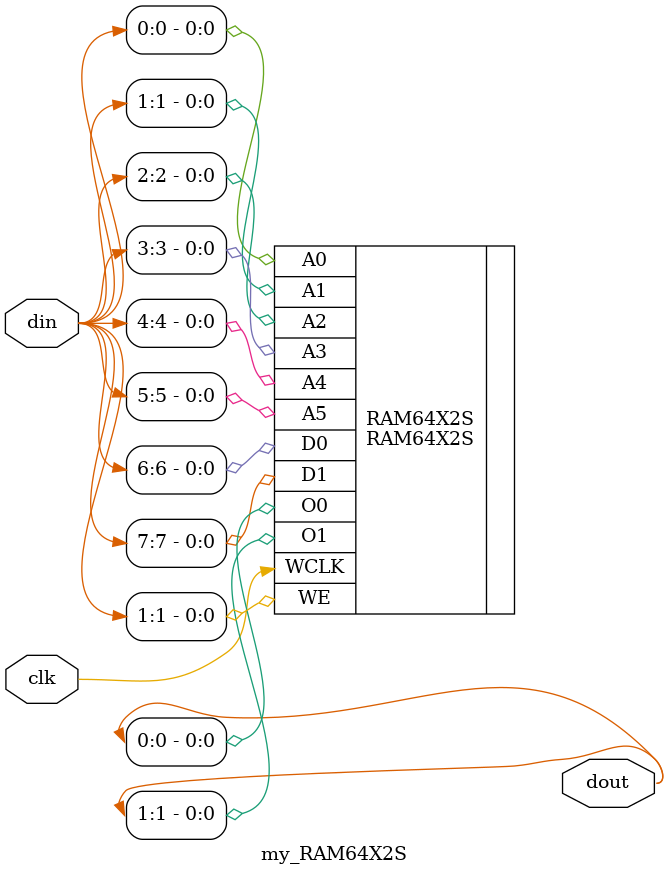
<source format=v>
module my_RAM64X2S (input clk, input [7:0] din, output [7:0] dout);
    parameter LOC = "";
    (* LOC=LOC, KEEP, DONT_TOUCH *)
    RAM64X2S #(
        ) RAM64X2S (
            .O0(dout[0]),
            .O1(dout[1]),
            .A0(din[0]),
            .A1(din[1]),
            .A2(din[2]),
            .A3(din[3]),
            .A4(din[4]),
            .A5(din[5]),
            .D0(din[6]),
            .D1(din[7]),
            .WCLK(clk),
            .WE(din[1]));
endmodule
</source>
